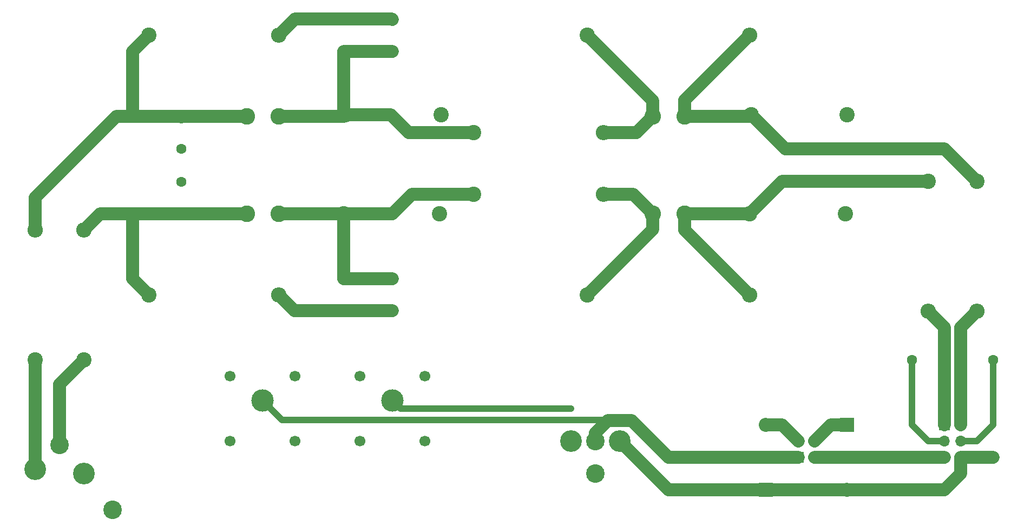
<source format=gtl>
G04 #@! TF.GenerationSoftware,KiCad,Pcbnew,7.0.6-0*
G04 #@! TF.CreationDate,2023-08-07T07:56:58+08:00*
G04 #@! TF.ProjectId,aes17_filter_25,61657331-375f-4666-996c-7465725f3235,rev?*
G04 #@! TF.SameCoordinates,Original*
G04 #@! TF.FileFunction,Copper,L1,Top*
G04 #@! TF.FilePolarity,Positive*
%FSLAX46Y46*%
G04 Gerber Fmt 4.6, Leading zero omitted, Abs format (unit mm)*
G04 Created by KiCad (PCBNEW 7.0.6-0) date 2023-08-07 07:56:58*
%MOMM*%
%LPD*%
G01*
G04 APERTURE LIST*
G04 #@! TA.AperFunction,WasherPad*
%ADD10C,1.700000*%
G04 #@! TD*
G04 #@! TA.AperFunction,ComponentPad*
%ADD11C,3.500000*%
G04 #@! TD*
G04 #@! TA.AperFunction,ComponentPad*
%ADD12C,2.400000*%
G04 #@! TD*
G04 #@! TA.AperFunction,ComponentPad*
%ADD13O,2.400000X2.400000*%
G04 #@! TD*
G04 #@! TA.AperFunction,ComponentPad*
%ADD14C,3.400000*%
G04 #@! TD*
G04 #@! TA.AperFunction,ComponentPad*
%ADD15C,2.900000*%
G04 #@! TD*
G04 #@! TA.AperFunction,ComponentPad*
%ADD16C,1.600000*%
G04 #@! TD*
G04 #@! TA.AperFunction,ComponentPad*
%ADD17C,2.600000*%
G04 #@! TD*
G04 #@! TA.AperFunction,ComponentPad*
%ADD18R,2.200000X2.200000*%
G04 #@! TD*
G04 #@! TA.AperFunction,ComponentPad*
%ADD19O,2.200000X2.200000*%
G04 #@! TD*
G04 #@! TA.AperFunction,ComponentPad*
%ADD20O,1.600000X1.600000*%
G04 #@! TD*
G04 #@! TA.AperFunction,ComponentPad*
%ADD21R,1.700000X1.700000*%
G04 #@! TD*
G04 #@! TA.AperFunction,ComponentPad*
%ADD22O,1.700000X1.700000*%
G04 #@! TD*
G04 #@! TA.AperFunction,ViaPad*
%ADD23C,1.000000*%
G04 #@! TD*
G04 #@! TA.AperFunction,Conductor*
%ADD24C,2.000000*%
G04 #@! TD*
G04 #@! TA.AperFunction,Conductor*
%ADD25C,1.000000*%
G04 #@! TD*
G04 APERTURE END LIST*
D10*
X124460000Y-121920000D03*
X134620000Y-121920000D03*
X124460000Y-111760000D03*
X134620000Y-111760000D03*
D11*
X129540000Y-115560000D03*
D12*
X200660000Y-70880000D03*
X185660000Y-70880000D03*
X73660000Y-109220000D03*
D13*
X73660000Y-88900000D03*
D14*
X157480000Y-121920000D03*
X165100000Y-121920000D03*
D15*
X161290000Y-121920000D03*
X161290000Y-127000000D03*
D16*
X96520000Y-76200000D03*
X96520000Y-71200000D03*
D12*
X220980000Y-81280000D03*
D13*
X220980000Y-101600000D03*
D12*
X160020000Y-58420000D03*
D13*
X185420000Y-58420000D03*
D14*
X81280000Y-127000000D03*
X73660000Y-126365000D03*
D15*
X77470000Y-122550000D03*
X85720000Y-132720000D03*
D17*
X106760000Y-71120000D03*
X111760000Y-71120000D03*
D16*
X121920000Y-55960000D03*
X121920000Y-60960000D03*
D12*
X160020000Y-99060000D03*
D13*
X185420000Y-99060000D03*
D17*
X106760000Y-86360000D03*
X111760000Y-86360000D03*
D18*
X187960000Y-129540000D03*
D19*
X187960000Y-119380000D03*
D12*
X121920000Y-86360000D03*
X136920000Y-86360000D03*
D16*
X129540000Y-101520000D03*
X129540000Y-96520000D03*
D12*
X213360000Y-81280000D03*
D13*
X213360000Y-101600000D03*
D12*
X142207136Y-83314162D03*
D13*
X162527136Y-83314162D03*
D12*
X185420000Y-86360000D03*
X200420000Y-86360000D03*
D16*
X223520000Y-109220000D03*
D20*
X223520000Y-124460000D03*
D18*
X200660000Y-119380000D03*
D19*
X200660000Y-129540000D03*
D21*
X193040000Y-124460000D03*
D22*
X195580000Y-121920000D03*
X195580000Y-124460000D03*
X193040000Y-121920000D03*
D17*
X170260000Y-71120000D03*
X175260000Y-71120000D03*
D12*
X81280000Y-109220000D03*
D13*
X81280000Y-88900000D03*
D16*
X129540000Y-55960000D03*
X129540000Y-60960000D03*
D12*
X142240000Y-73660000D03*
D13*
X162560000Y-73660000D03*
D16*
X210820000Y-109220000D03*
D20*
X210820000Y-124460000D03*
D17*
X170260000Y-86360000D03*
X175260000Y-86360000D03*
D10*
X104140000Y-121920000D03*
X114300000Y-121920000D03*
X104140000Y-111760000D03*
X114300000Y-111760000D03*
D11*
X109220000Y-115560000D03*
D16*
X96520000Y-86360000D03*
X96520000Y-81360000D03*
D22*
X215900000Y-124460000D03*
D21*
X215900000Y-119380000D03*
D22*
X215900000Y-121920000D03*
X218440000Y-124460000D03*
X218440000Y-119380000D03*
X218440000Y-121920000D03*
D12*
X137160000Y-70880000D03*
X122160000Y-70880000D03*
X91440000Y-58420000D03*
D13*
X111760000Y-58420000D03*
D12*
X91440000Y-99060000D03*
D13*
X111760000Y-99060000D03*
D16*
X121920000Y-101520000D03*
X121920000Y-96520000D03*
D23*
X157480000Y-116840000D03*
D24*
X88900000Y-96520000D02*
X91440000Y-99060000D01*
X88900000Y-86360000D02*
X88900000Y-96520000D01*
X83820000Y-86360000D02*
X88900000Y-86360000D01*
X88900000Y-86360000D02*
X106760000Y-86360000D01*
X81280000Y-88900000D02*
X83820000Y-86360000D01*
X96440000Y-71120000D02*
X96520000Y-71200000D01*
X73660000Y-83820000D02*
X86360000Y-71120000D01*
X86360000Y-71120000D02*
X88900000Y-71120000D01*
X96520000Y-71200000D02*
X96600000Y-71120000D01*
X88900000Y-71120000D02*
X96440000Y-71120000D01*
X73660000Y-88900000D02*
X73660000Y-83820000D01*
X96600000Y-71120000D02*
X106760000Y-71120000D01*
X88900000Y-60960000D02*
X91440000Y-58420000D01*
X88900000Y-71120000D02*
X88900000Y-60960000D01*
X121920000Y-101520000D02*
X114220000Y-101520000D01*
X114220000Y-101520000D02*
X111760000Y-99060000D01*
X129540000Y-101520000D02*
X121920000Y-101520000D01*
X111760000Y-86360000D02*
X121920000Y-86360000D01*
X132585838Y-83314162D02*
X142207136Y-83314162D01*
X129540000Y-86360000D02*
X132585838Y-83314162D01*
X121920000Y-86360000D02*
X129540000Y-86360000D01*
X121920000Y-96520000D02*
X129540000Y-96520000D01*
X121920000Y-86360000D02*
X121920000Y-96520000D01*
X114300000Y-55880000D02*
X129460000Y-55880000D01*
X129460000Y-55880000D02*
X129540000Y-55960000D01*
X111760000Y-58420000D02*
X114300000Y-55880000D01*
X122160000Y-70880000D02*
X129300000Y-70880000D01*
X121920000Y-71120000D02*
X122160000Y-70880000D01*
X129300000Y-70880000D02*
X132080000Y-73660000D01*
X132080000Y-73660000D02*
X142240000Y-73660000D01*
X111760000Y-71120000D02*
X121920000Y-71120000D01*
X129540000Y-60960000D02*
X121920000Y-60960000D01*
X121920000Y-70640000D02*
X122160000Y-70880000D01*
X121920000Y-60960000D02*
X121920000Y-70640000D01*
X175260000Y-88900000D02*
X185420000Y-99060000D01*
X175260000Y-86360000D02*
X175260000Y-88900000D01*
X190500000Y-81280000D02*
X213360000Y-81280000D01*
X185420000Y-86360000D02*
X190500000Y-81280000D01*
X175260000Y-86360000D02*
X185420000Y-86360000D01*
X175260000Y-68580000D02*
X185420000Y-58420000D01*
X175260000Y-71120000D02*
X175260000Y-68580000D01*
X175260000Y-71120000D02*
X185420000Y-71120000D01*
X185660000Y-70880000D02*
X190980000Y-76200000D01*
X215900000Y-76200000D02*
X220980000Y-81280000D01*
X190980000Y-76200000D02*
X215900000Y-76200000D01*
X185420000Y-71120000D02*
X185660000Y-70880000D01*
X195580000Y-121920000D02*
X198120000Y-119380000D01*
X198120000Y-119380000D02*
X200660000Y-119380000D01*
X223520000Y-124460000D02*
X218440000Y-124460000D01*
X200660000Y-129540000D02*
X187960000Y-129540000D01*
X215900000Y-129540000D02*
X200660000Y-129540000D01*
X218440000Y-127000000D02*
X215900000Y-129540000D01*
X187960000Y-129540000D02*
X172720000Y-129540000D01*
D25*
X157480000Y-116840000D02*
X130820000Y-116840000D01*
D24*
X172720000Y-129540000D02*
X165100000Y-121920000D01*
D25*
X130820000Y-116840000D02*
X129540000Y-115560000D01*
D24*
X218440000Y-124460000D02*
X218440000Y-127000000D01*
X193040000Y-121920000D02*
X190500000Y-119380000D01*
X190500000Y-119380000D02*
X187960000Y-119380000D01*
X73660000Y-109220000D02*
X73660000Y-126365000D01*
X77470000Y-122550000D02*
X77470000Y-113030000D01*
X77470000Y-113030000D02*
X81280000Y-109220000D01*
X170260000Y-88820000D02*
X170260000Y-86360000D01*
X160020000Y-99060000D02*
X170260000Y-88820000D01*
X162527136Y-83314162D02*
X167214162Y-83314162D01*
X167214162Y-83314162D02*
X170260000Y-86360000D01*
X167720000Y-73660000D02*
X170260000Y-71120000D01*
X170260000Y-68660000D02*
X160020000Y-58420000D01*
X162560000Y-73660000D02*
X167720000Y-73660000D01*
X170260000Y-71120000D02*
X170260000Y-68660000D01*
X213360000Y-101600000D02*
X215900000Y-104140000D01*
X215900000Y-104140000D02*
X215900000Y-119380000D01*
X218440000Y-104140000D02*
X218440000Y-119380000D01*
X220980000Y-101600000D02*
X218440000Y-104140000D01*
D25*
X210820000Y-119380000D02*
X210820000Y-109220000D01*
X213360000Y-121920000D02*
X210820000Y-119380000D01*
X215900000Y-121920000D02*
X213360000Y-121920000D01*
X218440000Y-121920000D02*
X220980000Y-121920000D01*
X220980000Y-121920000D02*
X223520000Y-119380000D01*
X223520000Y-119380000D02*
X223520000Y-109220000D01*
D24*
X166980000Y-118720000D02*
X163220000Y-118720000D01*
X193040000Y-124460000D02*
X172720000Y-124460000D01*
D25*
X163097651Y-118597651D02*
X163220000Y-118720000D01*
D24*
X163220000Y-118720000D02*
X161290000Y-120650000D01*
X161290000Y-120650000D02*
X161290000Y-121920000D01*
X210820000Y-124460000D02*
X215900000Y-124460000D01*
X172720000Y-124460000D02*
X166980000Y-118720000D01*
X210820000Y-124460000D02*
X195580000Y-124460000D01*
D25*
X161290000Y-121920000D02*
X161290000Y-120847461D01*
X112257651Y-118597651D02*
X163097651Y-118597651D01*
X109220000Y-115560000D02*
X112257651Y-118597651D01*
M02*

</source>
